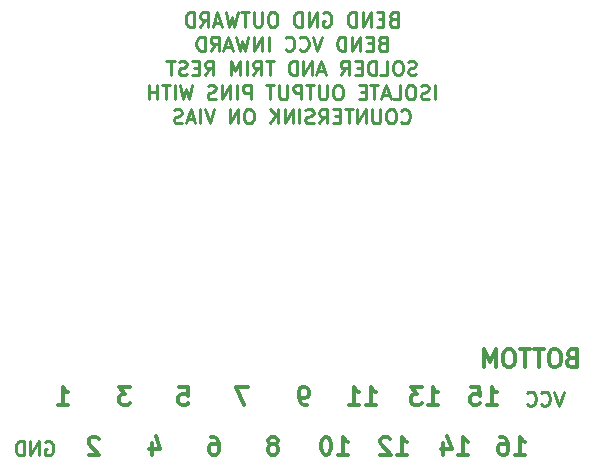
<source format=gbr>
G04 #@! TF.FileFunction,Legend,Bot*
%FSLAX46Y46*%
G04 Gerber Fmt 4.6, Leading zero omitted, Abs format (unit mm)*
G04 Created by KiCad (PCBNEW 4.0.7) date 04/02/18 18:29:08*
%MOMM*%
%LPD*%
G01*
G04 APERTURE LIST*
%ADD10C,0.100000*%
%ADD11C,0.250000*%
%ADD12C,0.300000*%
G04 APERTURE END LIST*
D10*
D11*
X151382858Y-92254286D02*
X151211429Y-92311429D01*
X151154286Y-92368571D01*
X151097143Y-92482857D01*
X151097143Y-92654286D01*
X151154286Y-92768571D01*
X151211429Y-92825714D01*
X151325715Y-92882857D01*
X151782858Y-92882857D01*
X151782858Y-91682857D01*
X151382858Y-91682857D01*
X151268572Y-91740000D01*
X151211429Y-91797143D01*
X151154286Y-91911429D01*
X151154286Y-92025714D01*
X151211429Y-92140000D01*
X151268572Y-92197143D01*
X151382858Y-92254286D01*
X151782858Y-92254286D01*
X150582858Y-92254286D02*
X150182858Y-92254286D01*
X150011429Y-92882857D02*
X150582858Y-92882857D01*
X150582858Y-91682857D01*
X150011429Y-91682857D01*
X149497144Y-92882857D02*
X149497144Y-91682857D01*
X148811429Y-92882857D01*
X148811429Y-91682857D01*
X148240001Y-92882857D02*
X148240001Y-91682857D01*
X147954286Y-91682857D01*
X147782858Y-91740000D01*
X147668572Y-91854286D01*
X147611429Y-91968571D01*
X147554286Y-92197143D01*
X147554286Y-92368571D01*
X147611429Y-92597143D01*
X147668572Y-92711429D01*
X147782858Y-92825714D01*
X147954286Y-92882857D01*
X148240001Y-92882857D01*
X145497143Y-91740000D02*
X145611429Y-91682857D01*
X145782858Y-91682857D01*
X145954286Y-91740000D01*
X146068572Y-91854286D01*
X146125715Y-91968571D01*
X146182858Y-92197143D01*
X146182858Y-92368571D01*
X146125715Y-92597143D01*
X146068572Y-92711429D01*
X145954286Y-92825714D01*
X145782858Y-92882857D01*
X145668572Y-92882857D01*
X145497143Y-92825714D01*
X145440000Y-92768571D01*
X145440000Y-92368571D01*
X145668572Y-92368571D01*
X144925715Y-92882857D02*
X144925715Y-91682857D01*
X144240000Y-92882857D01*
X144240000Y-91682857D01*
X143668572Y-92882857D02*
X143668572Y-91682857D01*
X143382857Y-91682857D01*
X143211429Y-91740000D01*
X143097143Y-91854286D01*
X143040000Y-91968571D01*
X142982857Y-92197143D01*
X142982857Y-92368571D01*
X143040000Y-92597143D01*
X143097143Y-92711429D01*
X143211429Y-92825714D01*
X143382857Y-92882857D01*
X143668572Y-92882857D01*
X141325714Y-91682857D02*
X141097143Y-91682857D01*
X140982857Y-91740000D01*
X140868571Y-91854286D01*
X140811429Y-92082857D01*
X140811429Y-92482857D01*
X140868571Y-92711429D01*
X140982857Y-92825714D01*
X141097143Y-92882857D01*
X141325714Y-92882857D01*
X141440000Y-92825714D01*
X141554286Y-92711429D01*
X141611429Y-92482857D01*
X141611429Y-92082857D01*
X141554286Y-91854286D01*
X141440000Y-91740000D01*
X141325714Y-91682857D01*
X140297143Y-91682857D02*
X140297143Y-92654286D01*
X140240000Y-92768571D01*
X140182857Y-92825714D01*
X140068571Y-92882857D01*
X139840000Y-92882857D01*
X139725714Y-92825714D01*
X139668571Y-92768571D01*
X139611428Y-92654286D01*
X139611428Y-91682857D01*
X139211428Y-91682857D02*
X138525714Y-91682857D01*
X138868571Y-92882857D02*
X138868571Y-91682857D01*
X138239999Y-91682857D02*
X137954285Y-92882857D01*
X137725714Y-92025714D01*
X137497142Y-92882857D01*
X137211428Y-91682857D01*
X136811428Y-92540000D02*
X136239999Y-92540000D01*
X136925713Y-92882857D02*
X136525713Y-91682857D01*
X136125713Y-92882857D01*
X135039999Y-92882857D02*
X135439999Y-92311429D01*
X135725714Y-92882857D02*
X135725714Y-91682857D01*
X135268571Y-91682857D01*
X135154285Y-91740000D01*
X135097142Y-91797143D01*
X135039999Y-91911429D01*
X135039999Y-92082857D01*
X135097142Y-92197143D01*
X135154285Y-92254286D01*
X135268571Y-92311429D01*
X135725714Y-92311429D01*
X134525714Y-92882857D02*
X134525714Y-91682857D01*
X134239999Y-91682857D01*
X134068571Y-91740000D01*
X133954285Y-91854286D01*
X133897142Y-91968571D01*
X133839999Y-92197143D01*
X133839999Y-92368571D01*
X133897142Y-92597143D01*
X133954285Y-92711429D01*
X134068571Y-92825714D01*
X134239999Y-92882857D01*
X134525714Y-92882857D01*
X150468572Y-94304286D02*
X150297143Y-94361429D01*
X150240000Y-94418571D01*
X150182857Y-94532857D01*
X150182857Y-94704286D01*
X150240000Y-94818571D01*
X150297143Y-94875714D01*
X150411429Y-94932857D01*
X150868572Y-94932857D01*
X150868572Y-93732857D01*
X150468572Y-93732857D01*
X150354286Y-93790000D01*
X150297143Y-93847143D01*
X150240000Y-93961429D01*
X150240000Y-94075714D01*
X150297143Y-94190000D01*
X150354286Y-94247143D01*
X150468572Y-94304286D01*
X150868572Y-94304286D01*
X149668572Y-94304286D02*
X149268572Y-94304286D01*
X149097143Y-94932857D02*
X149668572Y-94932857D01*
X149668572Y-93732857D01*
X149097143Y-93732857D01*
X148582858Y-94932857D02*
X148582858Y-93732857D01*
X147897143Y-94932857D01*
X147897143Y-93732857D01*
X147325715Y-94932857D02*
X147325715Y-93732857D01*
X147040000Y-93732857D01*
X146868572Y-93790000D01*
X146754286Y-93904286D01*
X146697143Y-94018571D01*
X146640000Y-94247143D01*
X146640000Y-94418571D01*
X146697143Y-94647143D01*
X146754286Y-94761429D01*
X146868572Y-94875714D01*
X147040000Y-94932857D01*
X147325715Y-94932857D01*
X145382857Y-93732857D02*
X144982857Y-94932857D01*
X144582857Y-93732857D01*
X143497143Y-94818571D02*
X143554286Y-94875714D01*
X143725715Y-94932857D01*
X143840001Y-94932857D01*
X144011429Y-94875714D01*
X144125715Y-94761429D01*
X144182858Y-94647143D01*
X144240001Y-94418571D01*
X144240001Y-94247143D01*
X144182858Y-94018571D01*
X144125715Y-93904286D01*
X144011429Y-93790000D01*
X143840001Y-93732857D01*
X143725715Y-93732857D01*
X143554286Y-93790000D01*
X143497143Y-93847143D01*
X142297143Y-94818571D02*
X142354286Y-94875714D01*
X142525715Y-94932857D01*
X142640001Y-94932857D01*
X142811429Y-94875714D01*
X142925715Y-94761429D01*
X142982858Y-94647143D01*
X143040001Y-94418571D01*
X143040001Y-94247143D01*
X142982858Y-94018571D01*
X142925715Y-93904286D01*
X142811429Y-93790000D01*
X142640001Y-93732857D01*
X142525715Y-93732857D01*
X142354286Y-93790000D01*
X142297143Y-93847143D01*
X140868572Y-94932857D02*
X140868572Y-93732857D01*
X140297143Y-94932857D02*
X140297143Y-93732857D01*
X139611428Y-94932857D01*
X139611428Y-93732857D01*
X139154285Y-93732857D02*
X138868571Y-94932857D01*
X138640000Y-94075714D01*
X138411428Y-94932857D01*
X138125714Y-93732857D01*
X137725714Y-94590000D02*
X137154285Y-94590000D01*
X137839999Y-94932857D02*
X137439999Y-93732857D01*
X137039999Y-94932857D01*
X135954285Y-94932857D02*
X136354285Y-94361429D01*
X136640000Y-94932857D02*
X136640000Y-93732857D01*
X136182857Y-93732857D01*
X136068571Y-93790000D01*
X136011428Y-93847143D01*
X135954285Y-93961429D01*
X135954285Y-94132857D01*
X136011428Y-94247143D01*
X136068571Y-94304286D01*
X136182857Y-94361429D01*
X136640000Y-94361429D01*
X135440000Y-94932857D02*
X135440000Y-93732857D01*
X135154285Y-93732857D01*
X134982857Y-93790000D01*
X134868571Y-93904286D01*
X134811428Y-94018571D01*
X134754285Y-94247143D01*
X134754285Y-94418571D01*
X134811428Y-94647143D01*
X134868571Y-94761429D01*
X134982857Y-94875714D01*
X135154285Y-94932857D01*
X135440000Y-94932857D01*
X153354287Y-96925714D02*
X153182858Y-96982857D01*
X152897144Y-96982857D01*
X152782858Y-96925714D01*
X152725715Y-96868571D01*
X152668572Y-96754286D01*
X152668572Y-96640000D01*
X152725715Y-96525714D01*
X152782858Y-96468571D01*
X152897144Y-96411429D01*
X153125715Y-96354286D01*
X153240001Y-96297143D01*
X153297144Y-96240000D01*
X153354287Y-96125714D01*
X153354287Y-96011429D01*
X153297144Y-95897143D01*
X153240001Y-95840000D01*
X153125715Y-95782857D01*
X152840001Y-95782857D01*
X152668572Y-95840000D01*
X151925715Y-95782857D02*
X151697144Y-95782857D01*
X151582858Y-95840000D01*
X151468572Y-95954286D01*
X151411430Y-96182857D01*
X151411430Y-96582857D01*
X151468572Y-96811429D01*
X151582858Y-96925714D01*
X151697144Y-96982857D01*
X151925715Y-96982857D01*
X152040001Y-96925714D01*
X152154287Y-96811429D01*
X152211430Y-96582857D01*
X152211430Y-96182857D01*
X152154287Y-95954286D01*
X152040001Y-95840000D01*
X151925715Y-95782857D01*
X150325715Y-96982857D02*
X150897144Y-96982857D01*
X150897144Y-95782857D01*
X149925715Y-96982857D02*
X149925715Y-95782857D01*
X149640000Y-95782857D01*
X149468572Y-95840000D01*
X149354286Y-95954286D01*
X149297143Y-96068571D01*
X149240000Y-96297143D01*
X149240000Y-96468571D01*
X149297143Y-96697143D01*
X149354286Y-96811429D01*
X149468572Y-96925714D01*
X149640000Y-96982857D01*
X149925715Y-96982857D01*
X148725715Y-96354286D02*
X148325715Y-96354286D01*
X148154286Y-96982857D02*
X148725715Y-96982857D01*
X148725715Y-95782857D01*
X148154286Y-95782857D01*
X146954286Y-96982857D02*
X147354286Y-96411429D01*
X147640001Y-96982857D02*
X147640001Y-95782857D01*
X147182858Y-95782857D01*
X147068572Y-95840000D01*
X147011429Y-95897143D01*
X146954286Y-96011429D01*
X146954286Y-96182857D01*
X147011429Y-96297143D01*
X147068572Y-96354286D01*
X147182858Y-96411429D01*
X147640001Y-96411429D01*
X145582858Y-96640000D02*
X145011429Y-96640000D01*
X145697143Y-96982857D02*
X145297143Y-95782857D01*
X144897143Y-96982857D01*
X144497144Y-96982857D02*
X144497144Y-95782857D01*
X143811429Y-96982857D01*
X143811429Y-95782857D01*
X143240001Y-96982857D02*
X143240001Y-95782857D01*
X142954286Y-95782857D01*
X142782858Y-95840000D01*
X142668572Y-95954286D01*
X142611429Y-96068571D01*
X142554286Y-96297143D01*
X142554286Y-96468571D01*
X142611429Y-96697143D01*
X142668572Y-96811429D01*
X142782858Y-96925714D01*
X142954286Y-96982857D01*
X143240001Y-96982857D01*
X141297143Y-95782857D02*
X140611429Y-95782857D01*
X140954286Y-96982857D02*
X140954286Y-95782857D01*
X139525714Y-96982857D02*
X139925714Y-96411429D01*
X140211429Y-96982857D02*
X140211429Y-95782857D01*
X139754286Y-95782857D01*
X139640000Y-95840000D01*
X139582857Y-95897143D01*
X139525714Y-96011429D01*
X139525714Y-96182857D01*
X139582857Y-96297143D01*
X139640000Y-96354286D01*
X139754286Y-96411429D01*
X140211429Y-96411429D01*
X139011429Y-96982857D02*
X139011429Y-95782857D01*
X138440000Y-96982857D02*
X138440000Y-95782857D01*
X138040000Y-96640000D01*
X137640000Y-95782857D01*
X137640000Y-96982857D01*
X135468570Y-96982857D02*
X135868570Y-96411429D01*
X136154285Y-96982857D02*
X136154285Y-95782857D01*
X135697142Y-95782857D01*
X135582856Y-95840000D01*
X135525713Y-95897143D01*
X135468570Y-96011429D01*
X135468570Y-96182857D01*
X135525713Y-96297143D01*
X135582856Y-96354286D01*
X135697142Y-96411429D01*
X136154285Y-96411429D01*
X134954285Y-96354286D02*
X134554285Y-96354286D01*
X134382856Y-96982857D02*
X134954285Y-96982857D01*
X134954285Y-95782857D01*
X134382856Y-95782857D01*
X133925714Y-96925714D02*
X133754285Y-96982857D01*
X133468571Y-96982857D01*
X133354285Y-96925714D01*
X133297142Y-96868571D01*
X133239999Y-96754286D01*
X133239999Y-96640000D01*
X133297142Y-96525714D01*
X133354285Y-96468571D01*
X133468571Y-96411429D01*
X133697142Y-96354286D01*
X133811428Y-96297143D01*
X133868571Y-96240000D01*
X133925714Y-96125714D01*
X133925714Y-96011429D01*
X133868571Y-95897143D01*
X133811428Y-95840000D01*
X133697142Y-95782857D01*
X133411428Y-95782857D01*
X133239999Y-95840000D01*
X132897142Y-95782857D02*
X132211428Y-95782857D01*
X132554285Y-96982857D02*
X132554285Y-95782857D01*
X154954288Y-99032857D02*
X154954288Y-97832857D01*
X154440002Y-98975714D02*
X154268573Y-99032857D01*
X153982859Y-99032857D01*
X153868573Y-98975714D01*
X153811430Y-98918571D01*
X153754287Y-98804286D01*
X153754287Y-98690000D01*
X153811430Y-98575714D01*
X153868573Y-98518571D01*
X153982859Y-98461429D01*
X154211430Y-98404286D01*
X154325716Y-98347143D01*
X154382859Y-98290000D01*
X154440002Y-98175714D01*
X154440002Y-98061429D01*
X154382859Y-97947143D01*
X154325716Y-97890000D01*
X154211430Y-97832857D01*
X153925716Y-97832857D01*
X153754287Y-97890000D01*
X153011430Y-97832857D02*
X152782859Y-97832857D01*
X152668573Y-97890000D01*
X152554287Y-98004286D01*
X152497145Y-98232857D01*
X152497145Y-98632857D01*
X152554287Y-98861429D01*
X152668573Y-98975714D01*
X152782859Y-99032857D01*
X153011430Y-99032857D01*
X153125716Y-98975714D01*
X153240002Y-98861429D01*
X153297145Y-98632857D01*
X153297145Y-98232857D01*
X153240002Y-98004286D01*
X153125716Y-97890000D01*
X153011430Y-97832857D01*
X151411430Y-99032857D02*
X151982859Y-99032857D01*
X151982859Y-97832857D01*
X151068573Y-98690000D02*
X150497144Y-98690000D01*
X151182858Y-99032857D02*
X150782858Y-97832857D01*
X150382858Y-99032857D01*
X150154287Y-97832857D02*
X149468573Y-97832857D01*
X149811430Y-99032857D02*
X149811430Y-97832857D01*
X149068573Y-98404286D02*
X148668573Y-98404286D01*
X148497144Y-99032857D02*
X149068573Y-99032857D01*
X149068573Y-97832857D01*
X148497144Y-97832857D01*
X146840001Y-97832857D02*
X146611430Y-97832857D01*
X146497144Y-97890000D01*
X146382858Y-98004286D01*
X146325716Y-98232857D01*
X146325716Y-98632857D01*
X146382858Y-98861429D01*
X146497144Y-98975714D01*
X146611430Y-99032857D01*
X146840001Y-99032857D01*
X146954287Y-98975714D01*
X147068573Y-98861429D01*
X147125716Y-98632857D01*
X147125716Y-98232857D01*
X147068573Y-98004286D01*
X146954287Y-97890000D01*
X146840001Y-97832857D01*
X145811430Y-97832857D02*
X145811430Y-98804286D01*
X145754287Y-98918571D01*
X145697144Y-98975714D01*
X145582858Y-99032857D01*
X145354287Y-99032857D01*
X145240001Y-98975714D01*
X145182858Y-98918571D01*
X145125715Y-98804286D01*
X145125715Y-97832857D01*
X144725715Y-97832857D02*
X144040001Y-97832857D01*
X144382858Y-99032857D02*
X144382858Y-97832857D01*
X143640001Y-99032857D02*
X143640001Y-97832857D01*
X143182858Y-97832857D01*
X143068572Y-97890000D01*
X143011429Y-97947143D01*
X142954286Y-98061429D01*
X142954286Y-98232857D01*
X143011429Y-98347143D01*
X143068572Y-98404286D01*
X143182858Y-98461429D01*
X143640001Y-98461429D01*
X142440001Y-97832857D02*
X142440001Y-98804286D01*
X142382858Y-98918571D01*
X142325715Y-98975714D01*
X142211429Y-99032857D01*
X141982858Y-99032857D01*
X141868572Y-98975714D01*
X141811429Y-98918571D01*
X141754286Y-98804286D01*
X141754286Y-97832857D01*
X141354286Y-97832857D02*
X140668572Y-97832857D01*
X141011429Y-99032857D02*
X141011429Y-97832857D01*
X139354286Y-99032857D02*
X139354286Y-97832857D01*
X138897143Y-97832857D01*
X138782857Y-97890000D01*
X138725714Y-97947143D01*
X138668571Y-98061429D01*
X138668571Y-98232857D01*
X138725714Y-98347143D01*
X138782857Y-98404286D01*
X138897143Y-98461429D01*
X139354286Y-98461429D01*
X138154286Y-99032857D02*
X138154286Y-97832857D01*
X137582857Y-99032857D02*
X137582857Y-97832857D01*
X136897142Y-99032857D01*
X136897142Y-97832857D01*
X136382857Y-98975714D02*
X136211428Y-99032857D01*
X135925714Y-99032857D01*
X135811428Y-98975714D01*
X135754285Y-98918571D01*
X135697142Y-98804286D01*
X135697142Y-98690000D01*
X135754285Y-98575714D01*
X135811428Y-98518571D01*
X135925714Y-98461429D01*
X136154285Y-98404286D01*
X136268571Y-98347143D01*
X136325714Y-98290000D01*
X136382857Y-98175714D01*
X136382857Y-98061429D01*
X136325714Y-97947143D01*
X136268571Y-97890000D01*
X136154285Y-97832857D01*
X135868571Y-97832857D01*
X135697142Y-97890000D01*
X134382856Y-97832857D02*
X134097142Y-99032857D01*
X133868571Y-98175714D01*
X133639999Y-99032857D01*
X133354285Y-97832857D01*
X132897142Y-99032857D02*
X132897142Y-97832857D01*
X132497141Y-97832857D02*
X131811427Y-97832857D01*
X132154284Y-99032857D02*
X132154284Y-97832857D01*
X131411427Y-99032857D02*
X131411427Y-97832857D01*
X131411427Y-98404286D02*
X130725712Y-98404286D01*
X130725712Y-99032857D02*
X130725712Y-97832857D01*
X152097143Y-100968571D02*
X152154286Y-101025714D01*
X152325715Y-101082857D01*
X152440001Y-101082857D01*
X152611429Y-101025714D01*
X152725715Y-100911429D01*
X152782858Y-100797143D01*
X152840001Y-100568571D01*
X152840001Y-100397143D01*
X152782858Y-100168571D01*
X152725715Y-100054286D01*
X152611429Y-99940000D01*
X152440001Y-99882857D01*
X152325715Y-99882857D01*
X152154286Y-99940000D01*
X152097143Y-99997143D01*
X151354286Y-99882857D02*
X151125715Y-99882857D01*
X151011429Y-99940000D01*
X150897143Y-100054286D01*
X150840001Y-100282857D01*
X150840001Y-100682857D01*
X150897143Y-100911429D01*
X151011429Y-101025714D01*
X151125715Y-101082857D01*
X151354286Y-101082857D01*
X151468572Y-101025714D01*
X151582858Y-100911429D01*
X151640001Y-100682857D01*
X151640001Y-100282857D01*
X151582858Y-100054286D01*
X151468572Y-99940000D01*
X151354286Y-99882857D01*
X150325715Y-99882857D02*
X150325715Y-100854286D01*
X150268572Y-100968571D01*
X150211429Y-101025714D01*
X150097143Y-101082857D01*
X149868572Y-101082857D01*
X149754286Y-101025714D01*
X149697143Y-100968571D01*
X149640000Y-100854286D01*
X149640000Y-99882857D01*
X149068572Y-101082857D02*
X149068572Y-99882857D01*
X148382857Y-101082857D01*
X148382857Y-99882857D01*
X147982857Y-99882857D02*
X147297143Y-99882857D01*
X147640000Y-101082857D02*
X147640000Y-99882857D01*
X146897143Y-100454286D02*
X146497143Y-100454286D01*
X146325714Y-101082857D02*
X146897143Y-101082857D01*
X146897143Y-99882857D01*
X146325714Y-99882857D01*
X145125714Y-101082857D02*
X145525714Y-100511429D01*
X145811429Y-101082857D02*
X145811429Y-99882857D01*
X145354286Y-99882857D01*
X145240000Y-99940000D01*
X145182857Y-99997143D01*
X145125714Y-100111429D01*
X145125714Y-100282857D01*
X145182857Y-100397143D01*
X145240000Y-100454286D01*
X145354286Y-100511429D01*
X145811429Y-100511429D01*
X144668572Y-101025714D02*
X144497143Y-101082857D01*
X144211429Y-101082857D01*
X144097143Y-101025714D01*
X144040000Y-100968571D01*
X143982857Y-100854286D01*
X143982857Y-100740000D01*
X144040000Y-100625714D01*
X144097143Y-100568571D01*
X144211429Y-100511429D01*
X144440000Y-100454286D01*
X144554286Y-100397143D01*
X144611429Y-100340000D01*
X144668572Y-100225714D01*
X144668572Y-100111429D01*
X144611429Y-99997143D01*
X144554286Y-99940000D01*
X144440000Y-99882857D01*
X144154286Y-99882857D01*
X143982857Y-99940000D01*
X143468572Y-101082857D02*
X143468572Y-99882857D01*
X142897143Y-101082857D02*
X142897143Y-99882857D01*
X142211428Y-101082857D01*
X142211428Y-99882857D01*
X141640000Y-101082857D02*
X141640000Y-99882857D01*
X140954285Y-101082857D02*
X141468571Y-100397143D01*
X140954285Y-99882857D02*
X141640000Y-100568571D01*
X139297142Y-99882857D02*
X139068571Y-99882857D01*
X138954285Y-99940000D01*
X138839999Y-100054286D01*
X138782857Y-100282857D01*
X138782857Y-100682857D01*
X138839999Y-100911429D01*
X138954285Y-101025714D01*
X139068571Y-101082857D01*
X139297142Y-101082857D01*
X139411428Y-101025714D01*
X139525714Y-100911429D01*
X139582857Y-100682857D01*
X139582857Y-100282857D01*
X139525714Y-100054286D01*
X139411428Y-99940000D01*
X139297142Y-99882857D01*
X138268571Y-101082857D02*
X138268571Y-99882857D01*
X137582856Y-101082857D01*
X137582856Y-99882857D01*
X136268570Y-99882857D02*
X135868570Y-101082857D01*
X135468570Y-99882857D01*
X135068571Y-101082857D02*
X135068571Y-99882857D01*
X134554285Y-100740000D02*
X133982856Y-100740000D01*
X134668570Y-101082857D02*
X134268570Y-99882857D01*
X133868570Y-101082857D01*
X133525714Y-101025714D02*
X133354285Y-101082857D01*
X133068571Y-101082857D01*
X132954285Y-101025714D01*
X132897142Y-100968571D01*
X132839999Y-100854286D01*
X132839999Y-100740000D01*
X132897142Y-100625714D01*
X132954285Y-100568571D01*
X133068571Y-100511429D01*
X133297142Y-100454286D01*
X133411428Y-100397143D01*
X133468571Y-100340000D01*
X133525714Y-100225714D01*
X133525714Y-100111429D01*
X133468571Y-99997143D01*
X133411428Y-99940000D01*
X133297142Y-99882857D01*
X133011428Y-99882857D01*
X132839999Y-99940000D01*
D12*
X161725714Y-129118571D02*
X162582857Y-129118571D01*
X162154285Y-129118571D02*
X162154285Y-127618571D01*
X162297142Y-127832857D01*
X162440000Y-127975714D01*
X162582857Y-128047143D01*
X160440000Y-127618571D02*
X160725714Y-127618571D01*
X160868571Y-127690000D01*
X160940000Y-127761429D01*
X161082857Y-127975714D01*
X161154286Y-128261429D01*
X161154286Y-128832857D01*
X161082857Y-128975714D01*
X161011429Y-129047143D01*
X160868571Y-129118571D01*
X160582857Y-129118571D01*
X160440000Y-129047143D01*
X160368571Y-128975714D01*
X160297143Y-128832857D01*
X160297143Y-128475714D01*
X160368571Y-128332857D01*
X160440000Y-128261429D01*
X160582857Y-128190000D01*
X160868571Y-128190000D01*
X161011429Y-128261429D01*
X161082857Y-128332857D01*
X161154286Y-128475714D01*
X159325714Y-124918571D02*
X160182857Y-124918571D01*
X159754285Y-124918571D02*
X159754285Y-123418571D01*
X159897142Y-123632857D01*
X160040000Y-123775714D01*
X160182857Y-123847143D01*
X157968571Y-123418571D02*
X158682857Y-123418571D01*
X158754286Y-124132857D01*
X158682857Y-124061429D01*
X158540000Y-123990000D01*
X158182857Y-123990000D01*
X158040000Y-124061429D01*
X157968571Y-124132857D01*
X157897143Y-124275714D01*
X157897143Y-124632857D01*
X157968571Y-124775714D01*
X158040000Y-124847143D01*
X158182857Y-124918571D01*
X158540000Y-124918571D01*
X158682857Y-124847143D01*
X158754286Y-124775714D01*
X156925714Y-129118571D02*
X157782857Y-129118571D01*
X157354285Y-129118571D02*
X157354285Y-127618571D01*
X157497142Y-127832857D01*
X157640000Y-127975714D01*
X157782857Y-128047143D01*
X155640000Y-128118571D02*
X155640000Y-129118571D01*
X155997143Y-127547143D02*
X156354286Y-128618571D01*
X155425714Y-128618571D01*
X154325714Y-124918571D02*
X155182857Y-124918571D01*
X154754285Y-124918571D02*
X154754285Y-123418571D01*
X154897142Y-123632857D01*
X155040000Y-123775714D01*
X155182857Y-123847143D01*
X153825714Y-123418571D02*
X152897143Y-123418571D01*
X153397143Y-123990000D01*
X153182857Y-123990000D01*
X153040000Y-124061429D01*
X152968571Y-124132857D01*
X152897143Y-124275714D01*
X152897143Y-124632857D01*
X152968571Y-124775714D01*
X153040000Y-124847143D01*
X153182857Y-124918571D01*
X153611429Y-124918571D01*
X153754286Y-124847143D01*
X153825714Y-124775714D01*
X151725714Y-129118571D02*
X152582857Y-129118571D01*
X152154285Y-129118571D02*
X152154285Y-127618571D01*
X152297142Y-127832857D01*
X152440000Y-127975714D01*
X152582857Y-128047143D01*
X151154286Y-127761429D02*
X151082857Y-127690000D01*
X150940000Y-127618571D01*
X150582857Y-127618571D01*
X150440000Y-127690000D01*
X150368571Y-127761429D01*
X150297143Y-127904286D01*
X150297143Y-128047143D01*
X150368571Y-128261429D01*
X151225714Y-129118571D01*
X150297143Y-129118571D01*
X149125714Y-124918571D02*
X149982857Y-124918571D01*
X149554285Y-124918571D02*
X149554285Y-123418571D01*
X149697142Y-123632857D01*
X149840000Y-123775714D01*
X149982857Y-123847143D01*
X147697143Y-124918571D02*
X148554286Y-124918571D01*
X148125714Y-124918571D02*
X148125714Y-123418571D01*
X148268571Y-123632857D01*
X148411429Y-123775714D01*
X148554286Y-123847143D01*
X146725714Y-129118571D02*
X147582857Y-129118571D01*
X147154285Y-129118571D02*
X147154285Y-127618571D01*
X147297142Y-127832857D01*
X147440000Y-127975714D01*
X147582857Y-128047143D01*
X145797143Y-127618571D02*
X145654286Y-127618571D01*
X145511429Y-127690000D01*
X145440000Y-127761429D01*
X145368571Y-127904286D01*
X145297143Y-128190000D01*
X145297143Y-128547143D01*
X145368571Y-128832857D01*
X145440000Y-128975714D01*
X145511429Y-129047143D01*
X145654286Y-129118571D01*
X145797143Y-129118571D01*
X145940000Y-129047143D01*
X146011429Y-128975714D01*
X146082857Y-128832857D01*
X146154286Y-128547143D01*
X146154286Y-128190000D01*
X146082857Y-127904286D01*
X146011429Y-127761429D01*
X145940000Y-127690000D01*
X145797143Y-127618571D01*
X144125714Y-124918571D02*
X143839999Y-124918571D01*
X143697142Y-124847143D01*
X143625714Y-124775714D01*
X143482856Y-124561429D01*
X143411428Y-124275714D01*
X143411428Y-123704286D01*
X143482856Y-123561429D01*
X143554285Y-123490000D01*
X143697142Y-123418571D01*
X143982856Y-123418571D01*
X144125714Y-123490000D01*
X144197142Y-123561429D01*
X144268571Y-123704286D01*
X144268571Y-124061429D01*
X144197142Y-124204286D01*
X144125714Y-124275714D01*
X143982856Y-124347143D01*
X143697142Y-124347143D01*
X143554285Y-124275714D01*
X143482856Y-124204286D01*
X143411428Y-124061429D01*
X141382856Y-128261429D02*
X141525714Y-128190000D01*
X141597142Y-128118571D01*
X141668571Y-127975714D01*
X141668571Y-127904286D01*
X141597142Y-127761429D01*
X141525714Y-127690000D01*
X141382856Y-127618571D01*
X141097142Y-127618571D01*
X140954285Y-127690000D01*
X140882856Y-127761429D01*
X140811428Y-127904286D01*
X140811428Y-127975714D01*
X140882856Y-128118571D01*
X140954285Y-128190000D01*
X141097142Y-128261429D01*
X141382856Y-128261429D01*
X141525714Y-128332857D01*
X141597142Y-128404286D01*
X141668571Y-128547143D01*
X141668571Y-128832857D01*
X141597142Y-128975714D01*
X141525714Y-129047143D01*
X141382856Y-129118571D01*
X141097142Y-129118571D01*
X140954285Y-129047143D01*
X140882856Y-128975714D01*
X140811428Y-128832857D01*
X140811428Y-128547143D01*
X140882856Y-128404286D01*
X140954285Y-128332857D01*
X141097142Y-128261429D01*
X139139999Y-123418571D02*
X138139999Y-123418571D01*
X138782856Y-124918571D01*
X135954285Y-127618571D02*
X136239999Y-127618571D01*
X136382856Y-127690000D01*
X136454285Y-127761429D01*
X136597142Y-127975714D01*
X136668571Y-128261429D01*
X136668571Y-128832857D01*
X136597142Y-128975714D01*
X136525714Y-129047143D01*
X136382856Y-129118571D01*
X136097142Y-129118571D01*
X135954285Y-129047143D01*
X135882856Y-128975714D01*
X135811428Y-128832857D01*
X135811428Y-128475714D01*
X135882856Y-128332857D01*
X135954285Y-128261429D01*
X136097142Y-128190000D01*
X136382856Y-128190000D01*
X136525714Y-128261429D01*
X136597142Y-128332857D01*
X136668571Y-128475714D01*
X130954285Y-128118571D02*
X130954285Y-129118571D01*
X131311428Y-127547143D02*
X131668571Y-128618571D01*
X130739999Y-128618571D01*
X126468571Y-127761429D02*
X126397142Y-127690000D01*
X126254285Y-127618571D01*
X125897142Y-127618571D01*
X125754285Y-127690000D01*
X125682856Y-127761429D01*
X125611428Y-127904286D01*
X125611428Y-128047143D01*
X125682856Y-128261429D01*
X126539999Y-129118571D01*
X125611428Y-129118571D01*
X133282856Y-123418571D02*
X133997142Y-123418571D01*
X134068571Y-124132857D01*
X133997142Y-124061429D01*
X133854285Y-123990000D01*
X133497142Y-123990000D01*
X133354285Y-124061429D01*
X133282856Y-124132857D01*
X133211428Y-124275714D01*
X133211428Y-124632857D01*
X133282856Y-124775714D01*
X133354285Y-124847143D01*
X133497142Y-124918571D01*
X133854285Y-124918571D01*
X133997142Y-124847143D01*
X134068571Y-124775714D01*
X129139999Y-123418571D02*
X128211428Y-123418571D01*
X128711428Y-123990000D01*
X128497142Y-123990000D01*
X128354285Y-124061429D01*
X128282856Y-124132857D01*
X128211428Y-124275714D01*
X128211428Y-124632857D01*
X128282856Y-124775714D01*
X128354285Y-124847143D01*
X128497142Y-124918571D01*
X128925714Y-124918571D01*
X129068571Y-124847143D01*
X129139999Y-124775714D01*
X123011428Y-124918571D02*
X123868571Y-124918571D01*
X123439999Y-124918571D02*
X123439999Y-123418571D01*
X123582856Y-123632857D01*
X123725714Y-123775714D01*
X123868571Y-123847143D01*
D11*
X165839999Y-123782857D02*
X165439999Y-124982857D01*
X165039999Y-123782857D01*
X163954285Y-124868571D02*
X164011428Y-124925714D01*
X164182857Y-124982857D01*
X164297143Y-124982857D01*
X164468571Y-124925714D01*
X164582857Y-124811429D01*
X164640000Y-124697143D01*
X164697143Y-124468571D01*
X164697143Y-124297143D01*
X164640000Y-124068571D01*
X164582857Y-123954286D01*
X164468571Y-123840000D01*
X164297143Y-123782857D01*
X164182857Y-123782857D01*
X164011428Y-123840000D01*
X163954285Y-123897143D01*
X162754285Y-124868571D02*
X162811428Y-124925714D01*
X162982857Y-124982857D01*
X163097143Y-124982857D01*
X163268571Y-124925714D01*
X163382857Y-124811429D01*
X163440000Y-124697143D01*
X163497143Y-124468571D01*
X163497143Y-124297143D01*
X163440000Y-124068571D01*
X163382857Y-123954286D01*
X163268571Y-123840000D01*
X163097143Y-123782857D01*
X162982857Y-123782857D01*
X162811428Y-123840000D01*
X162754285Y-123897143D01*
X121954285Y-128040000D02*
X122068571Y-127982857D01*
X122240000Y-127982857D01*
X122411428Y-128040000D01*
X122525714Y-128154286D01*
X122582857Y-128268571D01*
X122640000Y-128497143D01*
X122640000Y-128668571D01*
X122582857Y-128897143D01*
X122525714Y-129011429D01*
X122411428Y-129125714D01*
X122240000Y-129182857D01*
X122125714Y-129182857D01*
X121954285Y-129125714D01*
X121897142Y-129068571D01*
X121897142Y-128668571D01*
X122125714Y-128668571D01*
X121382857Y-129182857D02*
X121382857Y-127982857D01*
X120697142Y-129182857D01*
X120697142Y-127982857D01*
X120125714Y-129182857D02*
X120125714Y-127982857D01*
X119839999Y-127982857D01*
X119668571Y-128040000D01*
X119554285Y-128154286D01*
X119497142Y-128268571D01*
X119439999Y-128497143D01*
X119439999Y-128668571D01*
X119497142Y-128897143D01*
X119554285Y-129011429D01*
X119668571Y-129125714D01*
X119839999Y-129182857D01*
X120125714Y-129182857D01*
D12*
X166504286Y-120932857D02*
X166290000Y-121004286D01*
X166218572Y-121075714D01*
X166147143Y-121218571D01*
X166147143Y-121432857D01*
X166218572Y-121575714D01*
X166290000Y-121647143D01*
X166432858Y-121718571D01*
X167004286Y-121718571D01*
X167004286Y-120218571D01*
X166504286Y-120218571D01*
X166361429Y-120290000D01*
X166290000Y-120361429D01*
X166218572Y-120504286D01*
X166218572Y-120647143D01*
X166290000Y-120790000D01*
X166361429Y-120861429D01*
X166504286Y-120932857D01*
X167004286Y-120932857D01*
X165218572Y-120218571D02*
X164932858Y-120218571D01*
X164790000Y-120290000D01*
X164647143Y-120432857D01*
X164575715Y-120718571D01*
X164575715Y-121218571D01*
X164647143Y-121504286D01*
X164790000Y-121647143D01*
X164932858Y-121718571D01*
X165218572Y-121718571D01*
X165361429Y-121647143D01*
X165504286Y-121504286D01*
X165575715Y-121218571D01*
X165575715Y-120718571D01*
X165504286Y-120432857D01*
X165361429Y-120290000D01*
X165218572Y-120218571D01*
X164147143Y-120218571D02*
X163290000Y-120218571D01*
X163718571Y-121718571D02*
X163718571Y-120218571D01*
X163004286Y-120218571D02*
X162147143Y-120218571D01*
X162575714Y-121718571D02*
X162575714Y-120218571D01*
X161361429Y-120218571D02*
X161075715Y-120218571D01*
X160932857Y-120290000D01*
X160790000Y-120432857D01*
X160718572Y-120718571D01*
X160718572Y-121218571D01*
X160790000Y-121504286D01*
X160932857Y-121647143D01*
X161075715Y-121718571D01*
X161361429Y-121718571D01*
X161504286Y-121647143D01*
X161647143Y-121504286D01*
X161718572Y-121218571D01*
X161718572Y-120718571D01*
X161647143Y-120432857D01*
X161504286Y-120290000D01*
X161361429Y-120218571D01*
X160075714Y-121718571D02*
X160075714Y-120218571D01*
X159575714Y-121290000D01*
X159075714Y-120218571D01*
X159075714Y-121718571D01*
M02*

</source>
